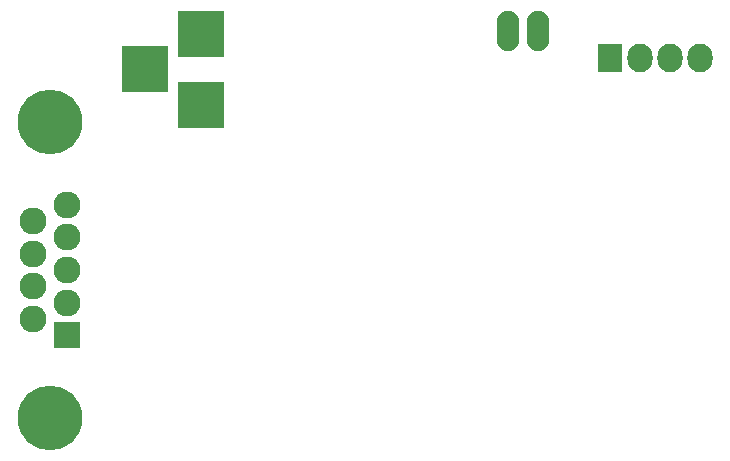
<source format=gbs>
G04 #@! TF.FileFunction,Soldermask,Bot*
%FSLAX46Y46*%
G04 Gerber Fmt 4.6, Leading zero omitted, Abs format (unit mm)*
G04 Created by KiCad (PCBNEW 4.0.5+dfsg1-4) date Sat Sep  8 02:59:27 2018*
%MOMM*%
%LPD*%
G01*
G04 APERTURE LIST*
%ADD10C,0.100000*%
%ADD11O,1.910000X3.410000*%
%ADD12R,3.900000X3.900000*%
%ADD13R,2.279600X2.279600*%
%ADD14C,2.279600*%
%ADD15C,5.480000*%
%ADD16R,2.127200X2.432000*%
%ADD17O,2.127200X2.432000*%
G04 APERTURE END LIST*
D10*
D11*
X145400000Y-77800000D03*
X147940000Y-77800000D03*
D12*
X119380000Y-84010500D03*
X119380000Y-78010500D03*
X114680000Y-81010500D03*
D13*
X108019860Y-103539740D03*
D14*
X108019860Y-100768600D03*
X108019860Y-98000000D03*
X108019860Y-95231400D03*
X108019860Y-92460260D03*
X105180140Y-102147820D03*
X105180140Y-99379220D03*
X105180140Y-96620780D03*
X105180140Y-93852180D03*
D15*
X106600000Y-110499340D03*
X106600000Y-85500660D03*
D16*
X154051000Y-80073500D03*
D17*
X156591000Y-80073500D03*
X159131000Y-80073500D03*
X161671000Y-80073500D03*
M02*

</source>
